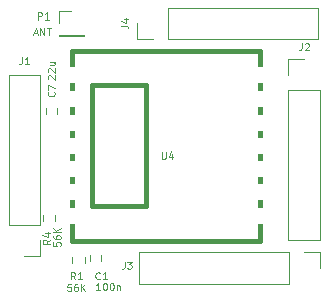
<source format=gto>
G04 #@! TF.GenerationSoftware,KiCad,Pcbnew,no-vcs-found-8f3423b~58~ubuntu16.04.1*
G04 #@! TF.CreationDate,2017-03-29T18:22:16+03:00*
G04 #@! TF.ProjectId,minimal_node_rfm69w,6D696E696D616C5F6E6F64655F72666D,rev?*
G04 #@! TF.FileFunction,Legend,Top*
G04 #@! TF.FilePolarity,Positive*
%FSLAX46Y46*%
G04 Gerber Fmt 4.6, Leading zero omitted, Abs format (unit mm)*
G04 Created by KiCad (PCBNEW no-vcs-found-8f3423b~58~ubuntu16.04.1) date Wed Mar 29 18:22:16 2017*
%MOMM*%
%LPD*%
G01*
G04 APERTURE LIST*
%ADD10C,0.100000*%
%ADD11C,0.120000*%
%ADD12C,0.381000*%
%ADD13R,1.350000X1.350000*%
%ADD14R,0.500000X0.600000*%
%ADD15R,1.700000X1.700000*%
%ADD16O,1.700000X1.700000*%
%ADD17R,0.600000X0.400000*%
%ADD18R,1.998980X1.399540*%
G04 APERTURE END LIST*
D10*
D11*
X140140000Y-51300000D02*
X140140000Y-51360000D01*
X140140000Y-51360000D02*
X142260000Y-51360000D01*
X142260000Y-51360000D02*
X142260000Y-51300000D01*
X142260000Y-51300000D02*
X140140000Y-51300000D01*
X140140000Y-50300000D02*
X140140000Y-49240000D01*
X140140000Y-49240000D02*
X141200000Y-49240000D01*
X142730000Y-69950000D02*
X142730000Y-70450000D01*
X143670000Y-70450000D02*
X143670000Y-69950000D01*
X139030000Y-57450000D02*
X139030000Y-57950000D01*
X139970000Y-57950000D02*
X139970000Y-57450000D01*
X138530000Y-67410000D02*
X138530000Y-54650000D01*
X138530000Y-54650000D02*
X135870000Y-54650000D01*
X135870000Y-54650000D02*
X135870000Y-67410000D01*
X135870000Y-67410000D02*
X138530000Y-67410000D01*
X138530000Y-68680000D02*
X138530000Y-70010000D01*
X138530000Y-70010000D02*
X137200000Y-70010000D01*
X159570000Y-55910000D02*
X159570000Y-68670000D01*
X159570000Y-68670000D02*
X162230000Y-68670000D01*
X162230000Y-68670000D02*
X162230000Y-55910000D01*
X162230000Y-55910000D02*
X159570000Y-55910000D01*
X159570000Y-54640000D02*
X159570000Y-53310000D01*
X159570000Y-53310000D02*
X160900000Y-53310000D01*
X162250000Y-69670000D02*
X162250000Y-71000000D01*
X160920000Y-69670000D02*
X162250000Y-69670000D01*
X159650000Y-72330000D02*
X159650000Y-69670000D01*
X146890000Y-72330000D02*
X159650000Y-72330000D01*
X146890000Y-69670000D02*
X146890000Y-72330000D01*
X159650000Y-69670000D02*
X146890000Y-69670000D01*
X146750000Y-51630000D02*
X146750000Y-50300000D01*
X148080000Y-51630000D02*
X146750000Y-51630000D01*
X149350000Y-48970000D02*
X149350000Y-51630000D01*
X162110000Y-48970000D02*
X149350000Y-48970000D01*
X162110000Y-51630000D02*
X162110000Y-48970000D01*
X149350000Y-51630000D02*
X162110000Y-51630000D01*
X141270000Y-70050000D02*
X141270000Y-70550000D01*
X142330000Y-70550000D02*
X142330000Y-70050000D01*
X139830000Y-67050000D02*
X139830000Y-66550000D01*
X138770000Y-66550000D02*
X138770000Y-67050000D01*
D12*
X142898485Y-65747983D02*
X142898485Y-55547343D01*
X142898485Y-55547343D02*
X147498425Y-55547343D01*
X147498425Y-55547343D02*
X147498425Y-65747983D01*
X147498425Y-65747983D02*
X142898485Y-65747983D01*
X141247485Y-52598403D02*
X157147885Y-52598403D01*
X157147885Y-52598403D02*
X157198685Y-68696923D01*
X157198685Y-68696923D02*
X141247485Y-68696923D01*
X141247485Y-68696923D02*
X141247485Y-52598403D01*
D11*
X138357142Y-49971428D02*
X138357142Y-49371428D01*
X138585714Y-49371428D01*
X138642857Y-49400000D01*
X138671428Y-49428571D01*
X138700000Y-49485714D01*
X138700000Y-49571428D01*
X138671428Y-49628571D01*
X138642857Y-49657142D01*
X138585714Y-49685714D01*
X138357142Y-49685714D01*
X139271428Y-49971428D02*
X138928571Y-49971428D01*
X139100000Y-49971428D02*
X139100000Y-49371428D01*
X139042857Y-49457142D01*
X138985714Y-49514285D01*
X138928571Y-49542857D01*
X138014285Y-51100000D02*
X138300000Y-51100000D01*
X137957142Y-51271428D02*
X138157142Y-50671428D01*
X138357142Y-51271428D01*
X138557142Y-51271428D02*
X138557142Y-50671428D01*
X138900000Y-51271428D01*
X138900000Y-50671428D01*
X139100000Y-50671428D02*
X139442857Y-50671428D01*
X139271428Y-51271428D02*
X139271428Y-50671428D01*
X143600000Y-71914285D02*
X143571428Y-71942857D01*
X143485714Y-71971428D01*
X143428571Y-71971428D01*
X143342857Y-71942857D01*
X143285714Y-71885714D01*
X143257142Y-71828571D01*
X143228571Y-71714285D01*
X143228571Y-71628571D01*
X143257142Y-71514285D01*
X143285714Y-71457142D01*
X143342857Y-71400000D01*
X143428571Y-71371428D01*
X143485714Y-71371428D01*
X143571428Y-71400000D01*
X143600000Y-71428571D01*
X144171428Y-71971428D02*
X143828571Y-71971428D01*
X144000000Y-71971428D02*
X144000000Y-71371428D01*
X143942857Y-71457142D01*
X143885714Y-71514285D01*
X143828571Y-71542857D01*
X143628571Y-72871428D02*
X143285714Y-72871428D01*
X143457142Y-72871428D02*
X143457142Y-72271428D01*
X143400000Y-72357142D01*
X143342857Y-72414285D01*
X143285714Y-72442857D01*
X144000000Y-72271428D02*
X144057142Y-72271428D01*
X144114285Y-72300000D01*
X144142857Y-72328571D01*
X144171428Y-72385714D01*
X144200000Y-72500000D01*
X144200000Y-72642857D01*
X144171428Y-72757142D01*
X144142857Y-72814285D01*
X144114285Y-72842857D01*
X144057142Y-72871428D01*
X144000000Y-72871428D01*
X143942857Y-72842857D01*
X143914285Y-72814285D01*
X143885714Y-72757142D01*
X143857142Y-72642857D01*
X143857142Y-72500000D01*
X143885714Y-72385714D01*
X143914285Y-72328571D01*
X143942857Y-72300000D01*
X144000000Y-72271428D01*
X144571428Y-72271428D02*
X144628571Y-72271428D01*
X144685714Y-72300000D01*
X144714285Y-72328571D01*
X144742857Y-72385714D01*
X144771428Y-72500000D01*
X144771428Y-72642857D01*
X144742857Y-72757142D01*
X144714285Y-72814285D01*
X144685714Y-72842857D01*
X144628571Y-72871428D01*
X144571428Y-72871428D01*
X144514285Y-72842857D01*
X144485714Y-72814285D01*
X144457142Y-72757142D01*
X144428571Y-72642857D01*
X144428571Y-72500000D01*
X144457142Y-72385714D01*
X144485714Y-72328571D01*
X144514285Y-72300000D01*
X144571428Y-72271428D01*
X145028571Y-72471428D02*
X145028571Y-72871428D01*
X145028571Y-72528571D02*
X145057142Y-72500000D01*
X145114285Y-72471428D01*
X145200000Y-72471428D01*
X145257142Y-72500000D01*
X145285714Y-72557142D01*
X145285714Y-72871428D01*
X139714285Y-56100000D02*
X139742857Y-56128571D01*
X139771428Y-56214285D01*
X139771428Y-56271428D01*
X139742857Y-56357142D01*
X139685714Y-56414285D01*
X139628571Y-56442857D01*
X139514285Y-56471428D01*
X139428571Y-56471428D01*
X139314285Y-56442857D01*
X139257142Y-56414285D01*
X139200000Y-56357142D01*
X139171428Y-56271428D01*
X139171428Y-56214285D01*
X139200000Y-56128571D01*
X139228571Y-56100000D01*
X139171428Y-55900000D02*
X139171428Y-55500000D01*
X139771428Y-55757142D01*
X139228571Y-55028571D02*
X139200000Y-55000000D01*
X139171428Y-54942857D01*
X139171428Y-54800000D01*
X139200000Y-54742857D01*
X139228571Y-54714285D01*
X139285714Y-54685714D01*
X139342857Y-54685714D01*
X139428571Y-54714285D01*
X139771428Y-55057142D01*
X139771428Y-54685714D01*
X139228571Y-54457142D02*
X139200000Y-54428571D01*
X139171428Y-54371428D01*
X139171428Y-54228571D01*
X139200000Y-54171428D01*
X139228571Y-54142857D01*
X139285714Y-54114285D01*
X139342857Y-54114285D01*
X139428571Y-54142857D01*
X139771428Y-54485714D01*
X139771428Y-54114285D01*
X139371428Y-53600000D02*
X139771428Y-53600000D01*
X139371428Y-53857142D02*
X139685714Y-53857142D01*
X139742857Y-53828571D01*
X139771428Y-53771428D01*
X139771428Y-53685714D01*
X139742857Y-53628571D01*
X139714285Y-53600000D01*
X137000000Y-53171428D02*
X137000000Y-53600000D01*
X136971428Y-53685714D01*
X136914285Y-53742857D01*
X136828571Y-53771428D01*
X136771428Y-53771428D01*
X137600000Y-53771428D02*
X137257142Y-53771428D01*
X137428571Y-53771428D02*
X137428571Y-53171428D01*
X137371428Y-53257142D01*
X137314285Y-53314285D01*
X137257142Y-53342857D01*
X160700000Y-51981428D02*
X160700000Y-52410000D01*
X160671428Y-52495714D01*
X160614285Y-52552857D01*
X160528571Y-52581428D01*
X160471428Y-52581428D01*
X160957142Y-52038571D02*
X160985714Y-52010000D01*
X161042857Y-51981428D01*
X161185714Y-51981428D01*
X161242857Y-52010000D01*
X161271428Y-52038571D01*
X161300000Y-52095714D01*
X161300000Y-52152857D01*
X161271428Y-52238571D01*
X160928571Y-52581428D01*
X161300000Y-52581428D01*
X145700000Y-70471428D02*
X145700000Y-70900000D01*
X145671428Y-70985714D01*
X145614285Y-71042857D01*
X145528571Y-71071428D01*
X145471428Y-71071428D01*
X145928571Y-70471428D02*
X146300000Y-70471428D01*
X146100000Y-70700000D01*
X146185714Y-70700000D01*
X146242857Y-70728571D01*
X146271428Y-70757142D01*
X146300000Y-70814285D01*
X146300000Y-70957142D01*
X146271428Y-71014285D01*
X146242857Y-71042857D01*
X146185714Y-71071428D01*
X146014285Y-71071428D01*
X145957142Y-71042857D01*
X145928571Y-71014285D01*
X145421428Y-50500000D02*
X145850000Y-50500000D01*
X145935714Y-50528571D01*
X145992857Y-50585714D01*
X146021428Y-50671428D01*
X146021428Y-50728571D01*
X145621428Y-49957142D02*
X146021428Y-49957142D01*
X145392857Y-50100000D02*
X145821428Y-50242857D01*
X145821428Y-49871428D01*
X141500000Y-71971428D02*
X141300000Y-71685714D01*
X141157142Y-71971428D02*
X141157142Y-71371428D01*
X141385714Y-71371428D01*
X141442857Y-71400000D01*
X141471428Y-71428571D01*
X141500000Y-71485714D01*
X141500000Y-71571428D01*
X141471428Y-71628571D01*
X141442857Y-71657142D01*
X141385714Y-71685714D01*
X141157142Y-71685714D01*
X142071428Y-71971428D02*
X141728571Y-71971428D01*
X141900000Y-71971428D02*
X141900000Y-71371428D01*
X141842857Y-71457142D01*
X141785714Y-71514285D01*
X141728571Y-71542857D01*
X141157142Y-72371428D02*
X140871428Y-72371428D01*
X140842857Y-72657142D01*
X140871428Y-72628571D01*
X140928571Y-72600000D01*
X141071428Y-72600000D01*
X141128571Y-72628571D01*
X141157142Y-72657142D01*
X141185714Y-72714285D01*
X141185714Y-72857142D01*
X141157142Y-72914285D01*
X141128571Y-72942857D01*
X141071428Y-72971428D01*
X140928571Y-72971428D01*
X140871428Y-72942857D01*
X140842857Y-72914285D01*
X141700000Y-72371428D02*
X141585714Y-72371428D01*
X141528571Y-72400000D01*
X141500000Y-72428571D01*
X141442857Y-72514285D01*
X141414285Y-72628571D01*
X141414285Y-72857142D01*
X141442857Y-72914285D01*
X141471428Y-72942857D01*
X141528571Y-72971428D01*
X141642857Y-72971428D01*
X141700000Y-72942857D01*
X141728571Y-72914285D01*
X141757142Y-72857142D01*
X141757142Y-72714285D01*
X141728571Y-72657142D01*
X141700000Y-72628571D01*
X141642857Y-72600000D01*
X141528571Y-72600000D01*
X141471428Y-72628571D01*
X141442857Y-72657142D01*
X141414285Y-72714285D01*
X142014285Y-72971428D02*
X142014285Y-72371428D01*
X142357142Y-72971428D02*
X142100000Y-72628571D01*
X142357142Y-72371428D02*
X142014285Y-72714285D01*
X139371428Y-68600000D02*
X139085714Y-68800000D01*
X139371428Y-68942857D02*
X138771428Y-68942857D01*
X138771428Y-68714285D01*
X138800000Y-68657142D01*
X138828571Y-68628571D01*
X138885714Y-68600000D01*
X138971428Y-68600000D01*
X139028571Y-68628571D01*
X139057142Y-68657142D01*
X139085714Y-68714285D01*
X139085714Y-68942857D01*
X138971428Y-68085714D02*
X139371428Y-68085714D01*
X138742857Y-68228571D02*
X139171428Y-68371428D01*
X139171428Y-68000000D01*
X139671428Y-68842857D02*
X139671428Y-69128571D01*
X139957142Y-69157142D01*
X139928571Y-69128571D01*
X139900000Y-69071428D01*
X139900000Y-68928571D01*
X139928571Y-68871428D01*
X139957142Y-68842857D01*
X140014285Y-68814285D01*
X140157142Y-68814285D01*
X140214285Y-68842857D01*
X140242857Y-68871428D01*
X140271428Y-68928571D01*
X140271428Y-69071428D01*
X140242857Y-69128571D01*
X140214285Y-69157142D01*
X139671428Y-68300000D02*
X139671428Y-68414285D01*
X139700000Y-68471428D01*
X139728571Y-68500000D01*
X139814285Y-68557142D01*
X139928571Y-68585714D01*
X140157142Y-68585714D01*
X140214285Y-68557142D01*
X140242857Y-68528571D01*
X140271428Y-68471428D01*
X140271428Y-68357142D01*
X140242857Y-68300000D01*
X140214285Y-68271428D01*
X140157142Y-68242857D01*
X140014285Y-68242857D01*
X139957142Y-68271428D01*
X139928571Y-68300000D01*
X139900000Y-68357142D01*
X139900000Y-68471428D01*
X139928571Y-68528571D01*
X139957142Y-68557142D01*
X140014285Y-68585714D01*
X140271428Y-67985714D02*
X139671428Y-67985714D01*
X140271428Y-67642857D02*
X139928571Y-67900000D01*
X139671428Y-67642857D02*
X140014285Y-67985714D01*
X148842857Y-61171428D02*
X148842857Y-61657142D01*
X148871428Y-61714285D01*
X148900000Y-61742857D01*
X148957142Y-61771428D01*
X149071428Y-61771428D01*
X149128571Y-61742857D01*
X149157142Y-61714285D01*
X149185714Y-61657142D01*
X149185714Y-61171428D01*
X149728571Y-61371428D02*
X149728571Y-61771428D01*
X149585714Y-61142857D02*
X149442857Y-61571428D01*
X149814285Y-61571428D01*
%LPC*%
D13*
X141200000Y-50300000D03*
D14*
X143200000Y-70750000D03*
X143200000Y-69650000D03*
X139500000Y-58250000D03*
X139500000Y-57150000D03*
D15*
X137200000Y-68680000D03*
D16*
X137200000Y-66140000D03*
X137200000Y-63600000D03*
X137200000Y-61060000D03*
X137200000Y-58520000D03*
X137200000Y-55980000D03*
D15*
X160900000Y-54640000D03*
D16*
X160900000Y-57180000D03*
X160900000Y-59720000D03*
X160900000Y-62260000D03*
X160900000Y-64800000D03*
X160900000Y-67340000D03*
X148220000Y-71000000D03*
X150760000Y-71000000D03*
X153300000Y-71000000D03*
X155840000Y-71000000D03*
X158380000Y-71000000D03*
D15*
X160920000Y-71000000D03*
D16*
X160780000Y-50300000D03*
X158240000Y-50300000D03*
X155700000Y-50300000D03*
X153160000Y-50300000D03*
X150620000Y-50300000D03*
D15*
X148080000Y-50300000D03*
D17*
X141800000Y-70750000D03*
X141800000Y-69850000D03*
X139300000Y-66350000D03*
X139300000Y-67250000D03*
D18*
X141247485Y-54696443D03*
X141219545Y-56697963D03*
X141219545Y-58696943D03*
X141219545Y-60647663D03*
X141219545Y-62598383D03*
X141219545Y-64597363D03*
X141219545Y-66598883D03*
X157119945Y-66598883D03*
X157119945Y-64597363D03*
X157119945Y-62598383D03*
X157119945Y-60647663D03*
X157119945Y-58696943D03*
X157119945Y-56697963D03*
X157119945Y-54696443D03*
M02*

</source>
